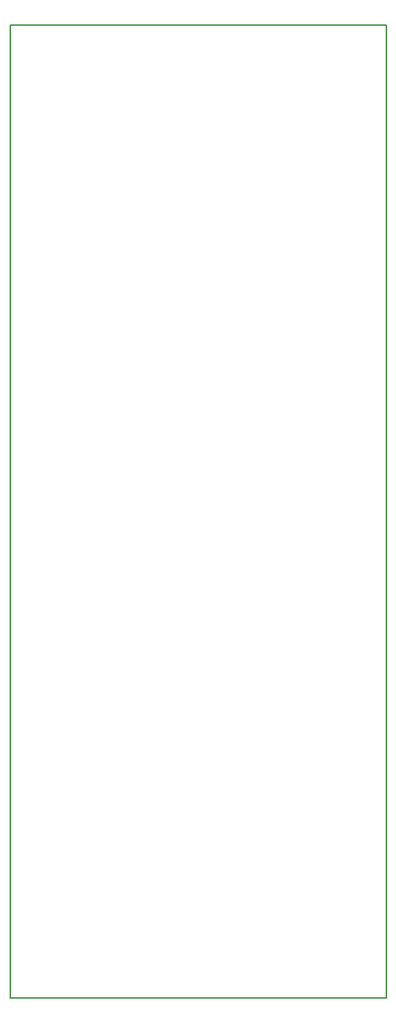
<source format=gm1>
G04 #@! TF.FileFunction,Profile,NP*
%FSLAX46Y46*%
G04 Gerber Fmt 4.6, Leading zero omitted, Abs format (unit mm)*
G04 Created by KiCad (PCBNEW 4.0.7) date Mon Mar 26 00:48:08 2018*
%MOMM*%
%LPD*%
G01*
G04 APERTURE LIST*
%ADD10C,0.100000*%
%ADD11C,0.150000*%
G04 APERTURE END LIST*
D10*
D11*
X12065000Y-123825000D02*
X12065000Y-12065000D01*
X55245000Y-123825000D02*
X12065000Y-123825000D01*
X55245000Y-12065000D02*
X55245000Y-123825000D01*
X12065000Y-12065000D02*
X55245000Y-12065000D01*
M02*

</source>
